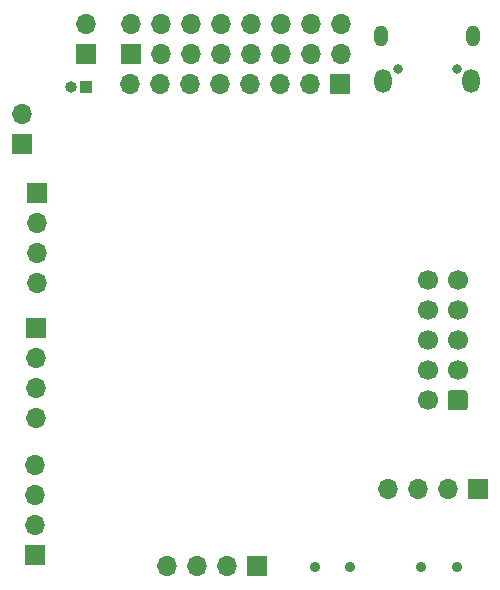
<source format=gbr>
%TF.GenerationSoftware,KiCad,Pcbnew,(5.1.9)-1*%
%TF.CreationDate,2021-10-28T19:53:03+05:30*%
%TF.ProjectId,royal_fc,726f7961-6c5f-4666-932e-6b696361645f,v1.0*%
%TF.SameCoordinates,Original*%
%TF.FileFunction,Soldermask,Bot*%
%TF.FilePolarity,Negative*%
%FSLAX46Y46*%
G04 Gerber Fmt 4.6, Leading zero omitted, Abs format (unit mm)*
G04 Created by KiCad (PCBNEW (5.1.9)-1) date 2021-10-28 19:53:03*
%MOMM*%
%LPD*%
G01*
G04 APERTURE LIST*
%ADD10O,0.800000X0.800000*%
%ADD11O,1.150000X1.800000*%
%ADD12O,1.450000X2.000000*%
%ADD13O,1.000000X1.000000*%
%ADD14R,1.000000X1.000000*%
%ADD15R,1.700000X1.700000*%
%ADD16O,1.700000X1.700000*%
%ADD17C,0.900000*%
%ADD18C,1.700000*%
G04 APERTURE END LIST*
D10*
%TO.C,USB1*%
X57130000Y-107250000D03*
X62130000Y-107250000D03*
D11*
X55755000Y-104500000D03*
X63505000Y-104500000D03*
D12*
X55905000Y-108300000D03*
X63355000Y-108300000D03*
%TD*%
D13*
%TO.C,JP1*%
X29440000Y-108770000D03*
D14*
X30710000Y-108770000D03*
%TD*%
D15*
%TO.C,VIN1*%
X25330000Y-113650000D03*
D16*
X25330000Y-111110000D03*
%TD*%
%TO.C,8  7  6*%
X34500000Y-108560000D03*
X37040000Y-108560000D03*
X39580000Y-108560000D03*
X42120000Y-108560000D03*
X44660000Y-108560000D03*
X47200000Y-108560000D03*
X49740000Y-108560000D03*
D15*
X52280000Y-108560000D03*
%TD*%
%TO.C,GPS*%
X45210000Y-149350000D03*
D16*
X42670000Y-149350000D03*
X40130000Y-149350000D03*
X37590000Y-149350000D03*
%TD*%
D15*
%TO.C,I2C3*%
X63980000Y-142880000D03*
D16*
X61440000Y-142880000D03*
X58900000Y-142880000D03*
X56360000Y-142880000D03*
%TD*%
D15*
%TO.C,J1*%
X30730000Y-106025000D03*
D16*
X30730000Y-103485000D03*
%TD*%
D15*
%TO.C,J3*%
X34520001Y-106019999D03*
D16*
X34520001Y-103479999D03*
X37060001Y-106019999D03*
X37060001Y-103479999D03*
X39600001Y-106019999D03*
X39600001Y-103479999D03*
X42140001Y-106019999D03*
X42140001Y-103479999D03*
X44680001Y-106019999D03*
X44680001Y-103479999D03*
X47220001Y-106019999D03*
X47220001Y-103479999D03*
X49760001Y-106019999D03*
X49760001Y-103479999D03*
X52300001Y-106019999D03*
X52300001Y-103479999D03*
%TD*%
D15*
%TO.C,RC*%
X26500000Y-129240000D03*
D16*
X26500000Y-131780000D03*
X26500000Y-134320000D03*
X26500000Y-136860000D03*
%TD*%
D17*
%TO.C,S1*%
X59125000Y-149435000D03*
X62125000Y-149435000D03*
%TD*%
%TO.C,S2*%
X53100000Y-149480000D03*
X50100000Y-149480000D03*
%TD*%
D15*
%TO.C,SBUS*%
X26470000Y-148420000D03*
D16*
X26470000Y-145880000D03*
X26470000Y-143340000D03*
X26470000Y-140800000D03*
%TD*%
%TO.C,SWD1*%
G36*
G01*
X63070000Y-134740000D02*
X63070000Y-135940000D01*
G75*
G02*
X62820000Y-136190000I-250000J0D01*
G01*
X61620000Y-136190000D01*
G75*
G02*
X61370000Y-135940000I0J250000D01*
G01*
X61370000Y-134740000D01*
G75*
G02*
X61620000Y-134490000I250000J0D01*
G01*
X62820000Y-134490000D01*
G75*
G02*
X63070000Y-134740000I0J-250000D01*
G01*
G37*
D18*
X62220000Y-132800000D03*
X62220000Y-130260000D03*
X62220000Y-127720000D03*
X62220000Y-125180000D03*
X59680000Y-135340000D03*
X59680000Y-132800000D03*
X59680000Y-130260000D03*
X59680000Y-127720000D03*
X59680000Y-125180000D03*
%TD*%
D16*
%TO.C,TELEM*%
X26570000Y-125370000D03*
X26570000Y-122830000D03*
X26570000Y-120290000D03*
D15*
X26570000Y-117750000D03*
%TD*%
M02*

</source>
